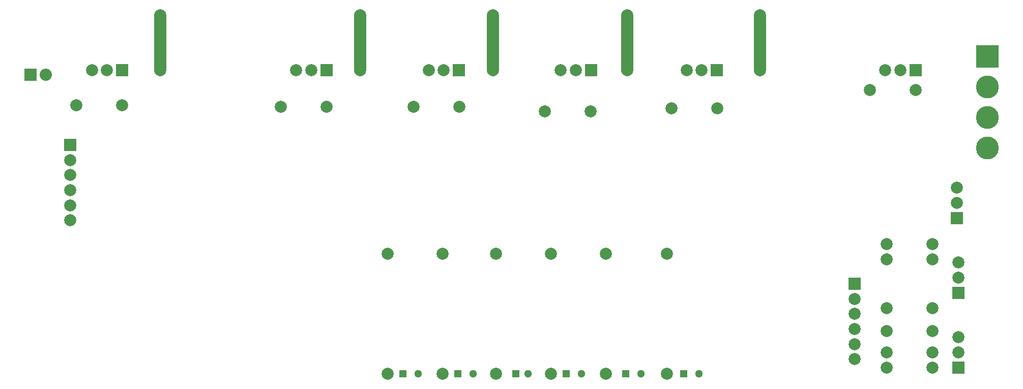
<source format=gbr>
G04 #@! TF.FileFunction,Copper,L1,Top,Signal*
%FSLAX46Y46*%
G04 Gerber Fmt 4.6, Leading zero omitted, Abs format (unit mm)*
G04 Created by KiCad (PCBNEW no-vcs-found-undefined) date Mon Oct 24 12:18:55 2016*
%MOMM*%
%LPD*%
G01*
G04 APERTURE LIST*
%ADD10C,0.050000*%
%ADD11R,1.300000X1.300000*%
%ADD12C,1.300000*%
%ADD13C,2.000000*%
%ADD14R,2.000000X2.000000*%
%ADD15O,2.032000X2.032000*%
%ADD16R,2.032000X2.032000*%
%ADD17C,3.810000*%
%ADD18R,3.810000X3.810000*%
%ADD19C,2.000000*%
G04 APERTURE END LIST*
D10*
D11*
X132882000Y-136398000D03*
D12*
X135382000Y-136398000D03*
D11*
X142026000Y-136398000D03*
D12*
X144526000Y-136398000D03*
D11*
X160060000Y-136398000D03*
D12*
X162560000Y-136398000D03*
D11*
X169966000Y-136398000D03*
D12*
X172466000Y-136398000D03*
D11*
X179618000Y-136398000D03*
D12*
X182118000Y-136398000D03*
D13*
X177546000Y-92202000D03*
X185166000Y-92202000D03*
D14*
X86128000Y-85852000D03*
D13*
X83588000Y-85852000D03*
X81088000Y-85852000D03*
X120142000Y-91948000D03*
X112522000Y-91948000D03*
D14*
X142168000Y-85852000D03*
D13*
X139628000Y-85852000D03*
X137128000Y-85852000D03*
D14*
X120128000Y-85852000D03*
D13*
X117588000Y-85852000D03*
X115088000Y-85852000D03*
X134620000Y-91948000D03*
X142240000Y-91948000D03*
D15*
X73406000Y-86614000D03*
D16*
X70866000Y-86614000D03*
D13*
X78486000Y-91694000D03*
X86106000Y-91694000D03*
X164084000Y-92710000D03*
X156464000Y-92710000D03*
D14*
X164168000Y-85852000D03*
D13*
X161628000Y-85852000D03*
X159128000Y-85852000D03*
X180088000Y-85852000D03*
X182588000Y-85852000D03*
D14*
X185128000Y-85852000D03*
D13*
X225298000Y-117896000D03*
X225298000Y-120396000D03*
D14*
X225298000Y-122936000D03*
D11*
X151670000Y-136398000D03*
D12*
X153670000Y-136398000D03*
D13*
X225298000Y-130342000D03*
X225298000Y-132842000D03*
D14*
X225298000Y-135382000D03*
D13*
X208026000Y-133948500D03*
X208026000Y-131448500D03*
X208026000Y-128948500D03*
X208026000Y-126448500D03*
X208026000Y-123948500D03*
D14*
X208026000Y-121412000D03*
X77470000Y-98298000D03*
D13*
X77470000Y-100834500D03*
X77470000Y-103334500D03*
X77470000Y-105834500D03*
X77470000Y-108334500D03*
X77470000Y-110834500D03*
D14*
X225044000Y-110490000D03*
D13*
X225044000Y-107950000D03*
X225044000Y-105450000D03*
D14*
X218168000Y-85852000D03*
D13*
X215628000Y-85852000D03*
X213128000Y-85852000D03*
D17*
X230124000Y-98806000D03*
D18*
X230124000Y-83566000D03*
D17*
X230124000Y-93726000D03*
X230124000Y-88646000D03*
D13*
X213360000Y-135382000D03*
X220980000Y-135382000D03*
X176784000Y-136398000D03*
X176784000Y-116398000D03*
X220980000Y-132842000D03*
X213360000Y-132842000D03*
X166624000Y-136398000D03*
X166624000Y-116398000D03*
X213360000Y-129286000D03*
X220980000Y-129286000D03*
X157480000Y-116398000D03*
X157480000Y-136398000D03*
X220980000Y-125476000D03*
X213360000Y-125476000D03*
X148336000Y-116398000D03*
X148336000Y-136398000D03*
X213360000Y-117348000D03*
X220980000Y-117348000D03*
X139446000Y-136398000D03*
X139446000Y-116398000D03*
X218186000Y-89154000D03*
X210566000Y-89154000D03*
X220980000Y-114808000D03*
X213360000Y-114808000D03*
X130302000Y-116398000D03*
X130302000Y-136398000D03*
X192278000Y-76708000D03*
X192278000Y-85852000D03*
X170180000Y-76708000D03*
X170180000Y-85852000D03*
X147828000Y-76708000D03*
X147828000Y-85852000D03*
X125730000Y-76708000D03*
X125730000Y-85852000D03*
X92456000Y-85852000D03*
X92456000Y-76708000D03*
D19*
X192278000Y-85852000D02*
X192278000Y-76708000D01*
X170180000Y-85852000D02*
X170180000Y-76708000D01*
X147828000Y-85852000D02*
X147828000Y-76708000D01*
X125730000Y-84437787D02*
X125730000Y-76708000D01*
X125730000Y-85852000D02*
X125730000Y-84437787D01*
X92456000Y-78122213D02*
X92456000Y-85852000D01*
X92456000Y-76708000D02*
X92456000Y-78122213D01*
M02*

</source>
